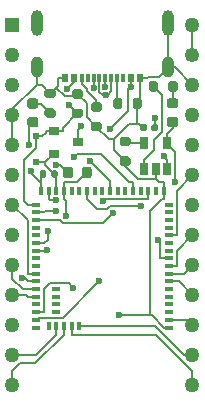
<source format=gtl>
G04 #@! TF.GenerationSoftware,KiCad,Pcbnew,(5.1.10-1-10_14)*
G04 #@! TF.CreationDate,2021-09-18T19:46:59+09:00*
G04 #@! TF.ProjectId,nrfmicro,6e72666d-6963-4726-9f2e-6b696361645f,rev?*
G04 #@! TF.SameCoordinates,Original*
G04 #@! TF.FileFunction,Copper,L1,Top*
G04 #@! TF.FilePolarity,Positive*
%FSLAX46Y46*%
G04 Gerber Fmt 4.6, Leading zero omitted, Abs format (unit mm)*
G04 Created by KiCad (PCBNEW (5.1.10-1-10_14)) date 2021-09-18 19:46:59*
%MOMM*%
%LPD*%
G01*
G04 APERTURE LIST*
G04 #@! TA.AperFunction,SMDPad,CuDef*
%ADD10R,0.900000X0.800000*%
G04 #@! TD*
G04 #@! TA.AperFunction,SMDPad,CuDef*
%ADD11R,0.500000X0.500000*%
G04 #@! TD*
G04 #@! TA.AperFunction,SMDPad,CuDef*
%ADD12R,0.650000X1.060000*%
G04 #@! TD*
G04 #@! TA.AperFunction,SMDPad,CuDef*
%ADD13R,0.800000X0.350000*%
G04 #@! TD*
G04 #@! TA.AperFunction,SMDPad,CuDef*
%ADD14R,0.350000X0.800000*%
G04 #@! TD*
G04 #@! TA.AperFunction,SMDPad,CuDef*
%ADD15R,0.300000X0.800000*%
G04 #@! TD*
G04 #@! TA.AperFunction,ComponentPad*
%ADD16O,1.000000X2.200000*%
G04 #@! TD*
G04 #@! TA.AperFunction,ComponentPad*
%ADD17O,1.000000X1.800000*%
G04 #@! TD*
G04 #@! TA.AperFunction,SMDPad,CuDef*
%ADD18R,0.540000X0.800000*%
G04 #@! TD*
G04 #@! TA.AperFunction,ComponentPad*
%ADD19R,1.270000X1.270000*%
G04 #@! TD*
G04 #@! TA.AperFunction,ComponentPad*
%ADD20C,1.270000*%
G04 #@! TD*
G04 #@! TA.AperFunction,ComponentPad*
%ADD21C,1.250000*%
G04 #@! TD*
G04 #@! TA.AperFunction,ViaPad*
%ADD22C,0.600000*%
G04 #@! TD*
G04 #@! TA.AperFunction,Conductor*
%ADD23C,0.200000*%
G04 #@! TD*
G04 APERTURE END LIST*
G04 #@! TA.AperFunction,SMDPad,CuDef*
G36*
G01*
X30273500Y-26937400D02*
X30273500Y-26387400D01*
G75*
G02*
X30473500Y-26187400I200000J0D01*
G01*
X30873500Y-26187400D01*
G75*
G02*
X31073500Y-26387400I0J-200000D01*
G01*
X31073500Y-26937400D01*
G75*
G02*
X30873500Y-27137400I-200000J0D01*
G01*
X30473500Y-27137400D01*
G75*
G02*
X30273500Y-26937400I0J200000D01*
G01*
G37*
G04 #@! TD.AperFunction*
G04 #@! TA.AperFunction,SMDPad,CuDef*
G36*
G01*
X28623500Y-26937400D02*
X28623500Y-26387400D01*
G75*
G02*
X28823500Y-26187400I200000J0D01*
G01*
X29223500Y-26187400D01*
G75*
G02*
X29423500Y-26387400I0J-200000D01*
G01*
X29423500Y-26937400D01*
G75*
G02*
X29223500Y-27137400I-200000J0D01*
G01*
X28823500Y-27137400D01*
G75*
G02*
X28623500Y-26937400I0J200000D01*
G01*
G37*
G04 #@! TD.AperFunction*
G04 #@! TA.AperFunction,SMDPad,CuDef*
G36*
G01*
X23570300Y-26214600D02*
X23020300Y-26214600D01*
G75*
G02*
X22820300Y-26014600I0J200000D01*
G01*
X22820300Y-25614600D01*
G75*
G02*
X23020300Y-25414600I200000J0D01*
G01*
X23570300Y-25414600D01*
G75*
G02*
X23770300Y-25614600I0J-200000D01*
G01*
X23770300Y-26014600D01*
G75*
G02*
X23570300Y-26214600I-200000J0D01*
G01*
G37*
G04 #@! TD.AperFunction*
G04 #@! TA.AperFunction,SMDPad,CuDef*
G36*
G01*
X23570300Y-27864600D02*
X23020300Y-27864600D01*
G75*
G02*
X22820300Y-27664600I0J200000D01*
G01*
X22820300Y-27264600D01*
G75*
G02*
X23020300Y-27064600I200000J0D01*
G01*
X23570300Y-27064600D01*
G75*
G02*
X23770300Y-27264600I0J-200000D01*
G01*
X23770300Y-27664600D01*
G75*
G02*
X23570300Y-27864600I-200000J0D01*
G01*
G37*
G04 #@! TD.AperFunction*
G04 #@! TA.AperFunction,SMDPad,CuDef*
G36*
G01*
X26934500Y-28202500D02*
X27484500Y-28202500D01*
G75*
G02*
X27684500Y-28402500I0J-200000D01*
G01*
X27684500Y-28802500D01*
G75*
G02*
X27484500Y-29002500I-200000J0D01*
G01*
X26934500Y-29002500D01*
G75*
G02*
X26734500Y-28802500I0J200000D01*
G01*
X26734500Y-28402500D01*
G75*
G02*
X26934500Y-28202500I200000J0D01*
G01*
G37*
G04 #@! TD.AperFunction*
G04 #@! TA.AperFunction,SMDPad,CuDef*
G36*
G01*
X26934500Y-26552500D02*
X27484500Y-26552500D01*
G75*
G02*
X27684500Y-26752500I0J-200000D01*
G01*
X27684500Y-27152500D01*
G75*
G02*
X27484500Y-27352500I-200000J0D01*
G01*
X26934500Y-27352500D01*
G75*
G02*
X26734500Y-27152500I0J200000D01*
G01*
X26734500Y-26752500D01*
G75*
G02*
X26934500Y-26552500I200000J0D01*
G01*
G37*
G04 #@! TD.AperFunction*
G04 #@! TA.AperFunction,SMDPad,CuDef*
G36*
G01*
X32441000Y-24929500D02*
X32441000Y-25479500D01*
G75*
G02*
X32241000Y-25679500I-200000J0D01*
G01*
X31841000Y-25679500D01*
G75*
G02*
X31641000Y-25479500I0J200000D01*
G01*
X31641000Y-24929500D01*
G75*
G02*
X31841000Y-24729500I200000J0D01*
G01*
X32241000Y-24729500D01*
G75*
G02*
X32441000Y-24929500I0J-200000D01*
G01*
G37*
G04 #@! TD.AperFunction*
G04 #@! TA.AperFunction,SMDPad,CuDef*
G36*
G01*
X34091000Y-24929500D02*
X34091000Y-25479500D01*
G75*
G02*
X33891000Y-25679500I-200000J0D01*
G01*
X33491000Y-25679500D01*
G75*
G02*
X33291000Y-25479500I0J200000D01*
G01*
X33291000Y-24929500D01*
G75*
G02*
X33491000Y-24729500I200000J0D01*
G01*
X33891000Y-24729500D01*
G75*
G02*
X34091000Y-24929500I0J-200000D01*
G01*
G37*
G04 #@! TD.AperFunction*
G04 #@! TA.AperFunction,SMDPad,CuDef*
G36*
G01*
X29375400Y-31138700D02*
X29925400Y-31138700D01*
G75*
G02*
X30125400Y-31338700I0J-200000D01*
G01*
X30125400Y-31738700D01*
G75*
G02*
X29925400Y-31938700I-200000J0D01*
G01*
X29375400Y-31938700D01*
G75*
G02*
X29175400Y-31738700I0J200000D01*
G01*
X29175400Y-31338700D01*
G75*
G02*
X29375400Y-31138700I200000J0D01*
G01*
G37*
G04 #@! TD.AperFunction*
G04 #@! TA.AperFunction,SMDPad,CuDef*
G36*
G01*
X29375400Y-29488700D02*
X29925400Y-29488700D01*
G75*
G02*
X30125400Y-29688700I0J-200000D01*
G01*
X30125400Y-30088700D01*
G75*
G02*
X29925400Y-30288700I-200000J0D01*
G01*
X29375400Y-30288700D01*
G75*
G02*
X29175400Y-30088700I0J200000D01*
G01*
X29175400Y-29688700D01*
G75*
G02*
X29375400Y-29488700I200000J0D01*
G01*
G37*
G04 #@! TD.AperFunction*
G04 #@! TA.AperFunction,SMDPad,CuDef*
G36*
G01*
X25886800Y-26232300D02*
X25336800Y-26232300D01*
G75*
G02*
X25136800Y-26032300I0J200000D01*
G01*
X25136800Y-25632300D01*
G75*
G02*
X25336800Y-25432300I200000J0D01*
G01*
X25886800Y-25432300D01*
G75*
G02*
X26086800Y-25632300I0J-200000D01*
G01*
X26086800Y-26032300D01*
G75*
G02*
X25886800Y-26232300I-200000J0D01*
G01*
G37*
G04 #@! TD.AperFunction*
G04 #@! TA.AperFunction,SMDPad,CuDef*
G36*
G01*
X25886800Y-27882300D02*
X25336800Y-27882300D01*
G75*
G02*
X25136800Y-27682300I0J200000D01*
G01*
X25136800Y-27282300D01*
G75*
G02*
X25336800Y-27082300I200000J0D01*
G01*
X25886800Y-27082300D01*
G75*
G02*
X26086800Y-27282300I0J-200000D01*
G01*
X26086800Y-27682300D01*
G75*
G02*
X25886800Y-27882300I-200000J0D01*
G01*
G37*
G04 #@! TD.AperFunction*
G04 #@! TA.AperFunction,SMDPad,CuDef*
G36*
G01*
X25954200Y-32750550D02*
X25954200Y-32238050D01*
G75*
G02*
X26172950Y-32019300I218750J0D01*
G01*
X26610450Y-32019300D01*
G75*
G02*
X26829200Y-32238050I0J-218750D01*
G01*
X26829200Y-32750550D01*
G75*
G02*
X26610450Y-32969300I-218750J0D01*
G01*
X26172950Y-32969300D01*
G75*
G02*
X25954200Y-32750550I0J218750D01*
G01*
G37*
G04 #@! TD.AperFunction*
G04 #@! TA.AperFunction,SMDPad,CuDef*
G36*
G01*
X24379200Y-32750550D02*
X24379200Y-32238050D01*
G75*
G02*
X24597950Y-32019300I218750J0D01*
G01*
X25035450Y-32019300D01*
G75*
G02*
X25254200Y-32238050I0J-218750D01*
G01*
X25254200Y-32750550D01*
G75*
G02*
X25035450Y-32969300I-218750J0D01*
G01*
X24597950Y-32969300D01*
G75*
G02*
X24379200Y-32750550I0J218750D01*
G01*
G37*
G04 #@! TD.AperFunction*
D10*
X25656800Y-29939000D03*
X23656800Y-30889000D03*
X23656800Y-28989000D03*
D11*
X22096400Y-29423200D03*
X22096400Y-31623200D03*
D12*
X31273400Y-30027700D03*
X33173400Y-30027700D03*
X33173400Y-32227700D03*
X32223400Y-32227700D03*
X31273400Y-32227700D03*
G04 #@! TA.AperFunction,SMDPad,CuDef*
G36*
G01*
X33402250Y-27774400D02*
X33914750Y-27774400D01*
G75*
G02*
X34133500Y-27993150I0J-218750D01*
G01*
X34133500Y-28430650D01*
G75*
G02*
X33914750Y-28649400I-218750J0D01*
G01*
X33402250Y-28649400D01*
G75*
G02*
X33183500Y-28430650I0J218750D01*
G01*
X33183500Y-27993150D01*
G75*
G02*
X33402250Y-27774400I218750J0D01*
G01*
G37*
G04 #@! TD.AperFunction*
G04 #@! TA.AperFunction,SMDPad,CuDef*
G36*
G01*
X33402250Y-26199400D02*
X33914750Y-26199400D01*
G75*
G02*
X34133500Y-26418150I0J-218750D01*
G01*
X34133500Y-26855650D01*
G75*
G02*
X33914750Y-27074400I-218750J0D01*
G01*
X33402250Y-27074400D01*
G75*
G02*
X33183500Y-26855650I0J218750D01*
G01*
X33183500Y-26418150D01*
G75*
G02*
X33402250Y-26199400I218750J0D01*
G01*
G37*
G04 #@! TD.AperFunction*
G04 #@! TA.AperFunction,SMDPad,CuDef*
G36*
G01*
X31872200Y-28869500D02*
X31872200Y-28529500D01*
G75*
G02*
X32012200Y-28389500I140000J0D01*
G01*
X32292200Y-28389500D01*
G75*
G02*
X32432200Y-28529500I0J-140000D01*
G01*
X32432200Y-28869500D01*
G75*
G02*
X32292200Y-29009500I-140000J0D01*
G01*
X32012200Y-29009500D01*
G75*
G02*
X31872200Y-28869500I0J140000D01*
G01*
G37*
G04 #@! TD.AperFunction*
G04 #@! TA.AperFunction,SMDPad,CuDef*
G36*
G01*
X30912200Y-28869500D02*
X30912200Y-28529500D01*
G75*
G02*
X31052200Y-28389500I140000J0D01*
G01*
X31332200Y-28389500D01*
G75*
G02*
X31472200Y-28529500I0J-140000D01*
G01*
X31472200Y-28869500D01*
G75*
G02*
X31332200Y-29009500I-140000J0D01*
G01*
X31052200Y-29009500D01*
G75*
G02*
X30912200Y-28869500I0J140000D01*
G01*
G37*
G04 #@! TD.AperFunction*
G04 #@! TA.AperFunction,SMDPad,CuDef*
G36*
G01*
X23383600Y-32798900D02*
X23383600Y-32458900D01*
G75*
G02*
X23523600Y-32318900I140000J0D01*
G01*
X23803600Y-32318900D01*
G75*
G02*
X23943600Y-32458900I0J-140000D01*
G01*
X23943600Y-32798900D01*
G75*
G02*
X23803600Y-32938900I-140000J0D01*
G01*
X23523600Y-32938900D01*
G75*
G02*
X23383600Y-32798900I0J140000D01*
G01*
G37*
G04 #@! TD.AperFunction*
G04 #@! TA.AperFunction,SMDPad,CuDef*
G36*
G01*
X22423600Y-32798900D02*
X22423600Y-32458900D01*
G75*
G02*
X22563600Y-32318900I140000J0D01*
G01*
X22843600Y-32318900D01*
G75*
G02*
X22983600Y-32458900I0J-140000D01*
G01*
X22983600Y-32798900D01*
G75*
G02*
X22843600Y-32938900I-140000J0D01*
G01*
X22563600Y-32938900D01*
G75*
G02*
X22423600Y-32798900I0J140000D01*
G01*
G37*
G04 #@! TD.AperFunction*
D13*
X33320000Y-45619600D03*
X33320000Y-44969600D03*
X33320000Y-44319600D03*
X33320000Y-43669600D03*
X33320000Y-43019600D03*
X33320000Y-42369600D03*
X33320000Y-41719600D03*
X33320000Y-41069600D03*
X33320000Y-40419600D03*
X33320000Y-39769600D03*
X33320000Y-39119600D03*
X33320000Y-38469600D03*
X33320000Y-37819600D03*
X33320000Y-37169600D03*
X33320000Y-36519600D03*
X33320000Y-35869600D03*
X33320000Y-35219600D03*
X22120000Y-35219600D03*
X22120000Y-35869600D03*
X22120000Y-36519600D03*
X22120000Y-37169600D03*
X22120000Y-37819600D03*
X22120000Y-38469600D03*
X22120000Y-39119600D03*
X22120000Y-39769600D03*
X22120000Y-40419600D03*
X22120000Y-41069600D03*
X22120000Y-41719600D03*
X22120000Y-42369600D03*
X22120000Y-43019600D03*
X22120000Y-43669600D03*
X22120000Y-44319600D03*
X22120000Y-44969600D03*
X22120000Y-45619600D03*
D14*
X32920000Y-34019600D03*
X32270000Y-34019600D03*
X31620000Y-34019600D03*
X30970000Y-34019600D03*
X30320000Y-34019600D03*
X29670000Y-34019600D03*
X29020000Y-34019600D03*
X28370000Y-34019600D03*
X27720000Y-34019600D03*
X27070000Y-34019600D03*
X26420000Y-34019600D03*
X25770000Y-34019600D03*
X25120000Y-34019600D03*
X24470000Y-34019600D03*
X23820000Y-34019600D03*
X23170000Y-34019600D03*
X22520000Y-34019600D03*
D13*
X23820000Y-44319600D03*
X23820000Y-43669600D03*
X23820000Y-43019600D03*
X23820000Y-42369600D03*
D14*
X23170000Y-45519600D03*
X23820000Y-45519600D03*
X24470000Y-45519600D03*
X25120000Y-45519600D03*
X25770000Y-45519600D03*
D15*
X29479600Y-24500000D03*
X26471600Y-24500000D03*
D16*
X22146300Y-19800000D03*
X33296900Y-19800000D03*
D17*
X33297200Y-23600000D03*
X22146300Y-23600000D03*
D18*
X24521600Y-24500000D03*
X30921600Y-24500000D03*
X30121600Y-24500000D03*
X25321600Y-24500000D03*
D15*
X26971600Y-24500000D03*
X28471600Y-24500000D03*
X27471600Y-24500000D03*
X27971600Y-24500000D03*
X28971600Y-24500000D03*
X25971600Y-24500000D03*
G04 #@! TA.AperFunction,SMDPad,CuDef*
G36*
G01*
X21578550Y-27792200D02*
X22091050Y-27792200D01*
G75*
G02*
X22309800Y-28010950I0J-218750D01*
G01*
X22309800Y-28448450D01*
G75*
G02*
X22091050Y-28667200I-218750J0D01*
G01*
X21578550Y-28667200D01*
G75*
G02*
X21359800Y-28448450I0J218750D01*
G01*
X21359800Y-28010950D01*
G75*
G02*
X21578550Y-27792200I218750J0D01*
G01*
G37*
G04 #@! TD.AperFunction*
G04 #@! TA.AperFunction,SMDPad,CuDef*
G36*
G01*
X21578550Y-26217200D02*
X22091050Y-26217200D01*
G75*
G02*
X22309800Y-26435950I0J-218750D01*
G01*
X22309800Y-26873450D01*
G75*
G02*
X22091050Y-27092200I-218750J0D01*
G01*
X21578550Y-27092200D01*
G75*
G02*
X21359800Y-26873450I0J218750D01*
G01*
X21359800Y-26435950D01*
G75*
G02*
X21578550Y-26217200I218750J0D01*
G01*
G37*
G04 #@! TD.AperFunction*
D19*
X20101600Y-20000000D03*
D20*
X35341600Y-20000000D03*
D21*
X35341600Y-22540000D03*
D20*
X35341600Y-25080000D03*
X35341600Y-27620000D03*
X35341600Y-30160000D03*
X35341600Y-32700000D03*
X35341600Y-35240000D03*
X35341600Y-37780000D03*
X35341600Y-40320000D03*
X35341600Y-42860000D03*
X35341600Y-45400000D03*
X35341600Y-47940000D03*
X35341600Y-50480000D03*
X20101600Y-50480000D03*
X20101600Y-47940000D03*
X20101600Y-45400000D03*
X20101600Y-42860000D03*
X20101600Y-40320000D03*
X20101600Y-37780000D03*
X20101600Y-35240000D03*
X20101600Y-32700000D03*
X20101600Y-30160000D03*
X20101600Y-27620000D03*
X20101600Y-25080000D03*
X20101600Y-22540000D03*
D22*
X29121100Y-44586600D03*
X21675300Y-32398600D03*
X31018500Y-35327500D03*
X28345000Y-28806600D03*
X24864700Y-26764000D03*
X33863200Y-33312100D03*
X32152200Y-27885700D03*
X30122800Y-25280700D03*
X24760900Y-25420400D03*
X25935700Y-28598600D03*
X32899200Y-31063200D03*
X28624400Y-35918200D03*
X27006300Y-25303500D03*
X27968900Y-25293400D03*
X23766600Y-35730400D03*
X28001900Y-25910600D03*
X23076300Y-37420700D03*
X21490400Y-30190300D03*
X27429500Y-41721500D03*
X25259800Y-42270300D03*
X24640200Y-36179100D03*
X32393100Y-38188500D03*
X25311900Y-31142100D03*
X20913500Y-41436800D03*
X23037800Y-39071100D03*
X26644800Y-31517200D03*
X27742600Y-34926600D03*
X23770300Y-34856500D03*
X23775400Y-31838900D03*
D23*
X30673500Y-26662400D02*
X30921600Y-26414300D01*
X30921600Y-26414300D02*
X30921600Y-25200300D01*
X30673500Y-28361900D02*
X30673500Y-26662400D01*
X30921600Y-24500000D02*
X30921600Y-25200300D01*
X22520000Y-33319300D02*
X22441500Y-33319300D01*
X22441500Y-33319300D02*
X21675300Y-32553100D01*
X21675300Y-32553100D02*
X21675300Y-32398600D01*
X28701600Y-29634000D02*
X29973700Y-28361900D01*
X29973700Y-28361900D02*
X30673500Y-28361900D01*
X27209500Y-28602500D02*
X28241000Y-29634000D01*
X28241000Y-29634000D02*
X28701600Y-29634000D01*
X28701600Y-29634000D02*
X28701600Y-30589900D01*
X28701600Y-30589900D02*
X29650400Y-31538700D01*
X31766100Y-44586600D02*
X31766100Y-35747900D01*
X31766100Y-35747900D02*
X32794100Y-34719900D01*
X32794100Y-34719900D02*
X32920000Y-34719900D01*
X20101600Y-27620000D02*
X20101600Y-30160000D01*
X22146300Y-25108400D02*
X20101600Y-27153100D01*
X20101600Y-27153100D02*
X20101600Y-27620000D01*
X23791800Y-25318100D02*
X23295300Y-25814600D01*
X23951300Y-24500000D02*
X23951300Y-25158600D01*
X23951300Y-25158600D02*
X23791800Y-25318100D01*
X23791800Y-25318100D02*
X24518600Y-26045000D01*
X24518600Y-26045000D02*
X25399100Y-26045000D01*
X25399100Y-26045000D02*
X25611800Y-25832300D01*
X24521600Y-24500000D02*
X23951300Y-24500000D01*
X25611800Y-25832300D02*
X26410700Y-26631200D01*
X26410700Y-26631200D02*
X26410700Y-27803700D01*
X26410700Y-27803700D02*
X27209500Y-28602500D01*
X31766100Y-44586600D02*
X29121100Y-44586600D01*
X33320000Y-45619600D02*
X32970300Y-45619600D01*
X32970300Y-45619600D02*
X31937300Y-44586600D01*
X31937300Y-44586600D02*
X31766100Y-44586600D01*
X31192200Y-28699500D02*
X30854600Y-28361900D01*
X30854600Y-28361900D02*
X30673500Y-28361900D01*
X22146300Y-24800300D02*
X22146300Y-25108400D01*
X22146300Y-25108400D02*
X22589100Y-25108400D01*
X22589100Y-25108400D02*
X23295300Y-25814600D01*
X32920000Y-34019600D02*
X32920000Y-33319300D01*
X32920000Y-33319300D02*
X32484700Y-33319300D01*
X32484700Y-33319300D02*
X32223400Y-33058000D01*
X32920000Y-34369700D02*
X32920000Y-34019600D01*
X29650400Y-31538700D02*
X29650400Y-31957700D01*
X29650400Y-31957700D02*
X30750700Y-33058000D01*
X30750700Y-33058000D02*
X32223400Y-33058000D01*
X32223400Y-32227700D02*
X32223400Y-33058000D01*
X32920000Y-34369700D02*
X32920000Y-34719900D01*
X33297200Y-23600000D02*
X32477900Y-24419300D01*
X32477900Y-24419300D02*
X31572600Y-24419300D01*
X31572600Y-24419300D02*
X31491900Y-24500000D01*
X33297200Y-23600000D02*
X33861600Y-23600000D01*
X33861600Y-23600000D02*
X35341600Y-25080000D01*
X30921600Y-24500000D02*
X31491900Y-24500000D01*
X22520000Y-33319300D02*
X22520000Y-32812500D01*
X22520000Y-32812500D02*
X22703600Y-32628900D01*
X22520000Y-34019600D02*
X22520000Y-33319300D01*
X22146300Y-23600000D02*
X22146300Y-24800300D01*
X33297200Y-23600000D02*
X33297200Y-21200600D01*
X33297200Y-21200600D02*
X33296900Y-21200300D01*
X33296900Y-19800000D02*
X33296900Y-21200300D01*
X26420000Y-34719900D02*
X27278200Y-35578100D01*
X27278200Y-35578100D02*
X28115600Y-35578100D01*
X28115600Y-35578100D02*
X28375800Y-35317900D01*
X28375800Y-35317900D02*
X31008900Y-35317900D01*
X31008900Y-35317900D02*
X31018500Y-35327500D01*
X26420000Y-34019600D02*
X26420000Y-34719900D01*
X22096400Y-29973500D02*
X22096400Y-30433300D01*
X22096400Y-30433300D02*
X21075000Y-31454700D01*
X21075000Y-31454700D02*
X21075000Y-34874900D01*
X21075000Y-34874900D02*
X21419700Y-35219600D01*
X33173400Y-30027700D02*
X33863200Y-30717500D01*
X33863200Y-30717500D02*
X33863200Y-33312100D01*
X30121600Y-25139800D02*
X29848500Y-25412900D01*
X29848500Y-25412900D02*
X29848500Y-27303100D01*
X29848500Y-27303100D02*
X28345000Y-28806600D01*
X30121600Y-25139800D02*
X30121600Y-25279500D01*
X30121600Y-24500000D02*
X30121600Y-25139800D01*
X25597400Y-27496700D02*
X24864700Y-26764000D01*
X25597400Y-27496700D02*
X24407100Y-28687000D01*
X24407100Y-28687000D02*
X24407100Y-28989000D01*
X25611800Y-27482300D02*
X25597400Y-27496700D01*
X25321600Y-24500000D02*
X25321600Y-24859700D01*
X25321600Y-24859700D02*
X24760900Y-25420400D01*
X23656800Y-28989000D02*
X24407100Y-28989000D01*
X33173400Y-30027700D02*
X33173400Y-29197400D01*
X33173400Y-29197400D02*
X33658500Y-28712300D01*
X33658500Y-28712300D02*
X33658500Y-28211900D01*
X23656800Y-28989000D02*
X22906500Y-28989000D01*
X22096400Y-29423200D02*
X22646700Y-29423200D01*
X22906500Y-28989000D02*
X22906500Y-29163400D01*
X22906500Y-29163400D02*
X22646700Y-29423200D01*
X32152200Y-28699500D02*
X32152200Y-27885700D01*
X22096400Y-29423200D02*
X22096400Y-29973500D01*
X22120000Y-35219600D02*
X21419700Y-35219600D01*
X30121600Y-25279500D02*
X30122800Y-25280700D01*
X25935700Y-28598600D02*
X25656800Y-28877500D01*
X25656800Y-28877500D02*
X25656800Y-29939000D01*
X33173400Y-31397400D02*
X32899200Y-31123200D01*
X32899200Y-31123200D02*
X32899200Y-31063200D01*
X33173400Y-32227700D02*
X33173400Y-31397400D01*
X35341600Y-22540000D02*
X35341600Y-20000000D01*
X22120000Y-36519600D02*
X24131800Y-36519600D01*
X24131800Y-36519600D02*
X24391600Y-36779400D01*
X24391600Y-36779400D02*
X27763200Y-36779400D01*
X27763200Y-36779400D02*
X28624400Y-35918200D01*
X27968900Y-25293400D02*
X27971600Y-25290700D01*
X27971600Y-25290700D02*
X27971600Y-24500000D01*
X27006300Y-25303500D02*
X26971600Y-25268800D01*
X26971600Y-25268800D02*
X26971600Y-24500000D01*
X23766600Y-35730400D02*
X22959500Y-35730400D01*
X22959500Y-35730400D02*
X22820300Y-35869600D01*
X22120000Y-35869600D02*
X22820300Y-35869600D01*
X28001900Y-25910600D02*
X27735200Y-25910600D01*
X28197500Y-25910600D02*
X28001900Y-25910600D01*
X28471600Y-24500000D02*
X28471600Y-25636500D01*
X28471600Y-25636500D02*
X28197500Y-25910600D01*
X27471600Y-24500000D02*
X27471600Y-25646900D01*
X27471600Y-25646900D02*
X27735200Y-25910600D01*
X22120000Y-38469600D02*
X22820300Y-38469600D01*
X23076300Y-37420700D02*
X23076300Y-38213600D01*
X23076300Y-38213600D02*
X22820300Y-38469600D01*
X21834800Y-28229700D02*
X21490400Y-28574100D01*
X21490400Y-28574100D02*
X21490400Y-30190300D01*
X27429500Y-41721500D02*
X24356000Y-44795000D01*
X24356000Y-44795000D02*
X22294600Y-44795000D01*
X22294600Y-44795000D02*
X22120000Y-44969600D01*
X25259800Y-42270300D02*
X24874700Y-41885200D01*
X24874700Y-41885200D02*
X23279200Y-41885200D01*
X23279200Y-41885200D02*
X22820300Y-42344100D01*
X22820300Y-42344100D02*
X22820300Y-44319600D01*
X22120000Y-44319600D02*
X22820300Y-44319600D01*
X25971600Y-24868500D02*
X25969900Y-24870200D01*
X25969900Y-24870200D02*
X25969900Y-24988600D01*
X25971600Y-24868500D02*
X25971600Y-24500000D01*
X25971600Y-24986900D02*
X25971600Y-24868500D01*
X27209500Y-26952500D02*
X27209500Y-26385600D01*
X27209500Y-26385600D02*
X26381400Y-25557500D01*
X26381400Y-25557500D02*
X26381400Y-25400000D01*
X26381400Y-25400000D02*
X25969900Y-24988600D01*
X28971600Y-26145600D02*
X29023500Y-26197500D01*
X29023500Y-26197500D02*
X29023500Y-26662400D01*
X28971600Y-26145600D02*
X28971600Y-26610500D01*
X28971600Y-24500000D02*
X28971600Y-26145600D01*
X21834800Y-26654700D02*
X22485400Y-26654700D01*
X22485400Y-26654700D02*
X23295300Y-27464600D01*
X24470000Y-34019600D02*
X24470000Y-34719900D01*
X24640200Y-36179100D02*
X24640200Y-34890100D01*
X24640200Y-34890100D02*
X24470000Y-34719900D01*
X24470000Y-34019600D02*
X24470000Y-33319300D01*
X26391700Y-32494300D02*
X25566700Y-33319300D01*
X25566700Y-33319300D02*
X24470000Y-33319300D01*
X31273400Y-30027700D02*
X29789400Y-30027700D01*
X29789400Y-30027700D02*
X29650400Y-29888700D01*
X33658500Y-26636900D02*
X33691000Y-26604400D01*
X33691000Y-26604400D02*
X33691000Y-25204500D01*
X22096400Y-31623200D02*
X22646700Y-31623200D01*
X22900000Y-31645800D02*
X23656800Y-30889000D01*
X23663600Y-32628900D02*
X22900000Y-31865300D01*
X22900000Y-31865300D02*
X22900000Y-31645800D01*
X22900000Y-31645800D02*
X22669300Y-31645800D01*
X22669300Y-31645800D02*
X22646700Y-31623200D01*
X23820000Y-34019600D02*
X23820000Y-32785300D01*
X23820000Y-32785300D02*
X23663600Y-32628900D01*
X31273400Y-32227700D02*
X31273400Y-31397400D01*
X31273400Y-31397400D02*
X32081800Y-30589000D01*
X32081800Y-30589000D02*
X32081800Y-29722700D01*
X32081800Y-29722700D02*
X32760400Y-29044100D01*
X32760400Y-29044100D02*
X32760400Y-25923900D01*
X32760400Y-25923900D02*
X32041000Y-25204500D01*
X33320000Y-37819600D02*
X34020300Y-37819600D01*
X35341600Y-32700000D02*
X34020300Y-34021300D01*
X34020300Y-34021300D02*
X34020300Y-37819600D01*
X32619700Y-39769600D02*
X32619700Y-38415100D01*
X32619700Y-38415100D02*
X32393100Y-38188500D01*
X33320000Y-39769600D02*
X32619700Y-39769600D01*
X34020300Y-40419600D02*
X34020300Y-39101300D01*
X34020300Y-39101300D02*
X35341600Y-37780000D01*
X33320000Y-40419600D02*
X34020300Y-40419600D01*
X35341600Y-40320000D02*
X34592000Y-41069600D01*
X34592000Y-41069600D02*
X33320000Y-41069600D01*
X35341600Y-42860000D02*
X34201200Y-41719600D01*
X34201200Y-41719600D02*
X33320000Y-41719600D01*
X35341600Y-45400000D02*
X34911200Y-44969600D01*
X34911200Y-44969600D02*
X33320000Y-44969600D01*
X35341600Y-47940000D02*
X34634300Y-47940000D01*
X34634300Y-47940000D02*
X32213900Y-45519600D01*
X32213900Y-45519600D02*
X25770000Y-45519600D01*
X25120000Y-45519600D02*
X25120000Y-46219900D01*
X35341600Y-50480000D02*
X35341600Y-49314800D01*
X35341600Y-49314800D02*
X32246700Y-46219900D01*
X32246700Y-46219900D02*
X25120000Y-46219900D01*
X24470000Y-45519600D02*
X24470000Y-46219900D01*
X20101600Y-50480000D02*
X20101600Y-49318300D01*
X20101600Y-49318300D02*
X20783300Y-48636600D01*
X20783300Y-48636600D02*
X22053300Y-48636600D01*
X22053300Y-48636600D02*
X24470000Y-46219900D01*
X23820000Y-45519600D02*
X23820000Y-46219900D01*
X20101600Y-47940000D02*
X22099900Y-47940000D01*
X22099900Y-47940000D02*
X23820000Y-46219900D01*
X25311900Y-31142100D02*
X25543300Y-30910700D01*
X25543300Y-30910700D02*
X27597300Y-30910700D01*
X27597300Y-30910700D02*
X30005900Y-33319300D01*
X30005900Y-33319300D02*
X30320000Y-33319300D01*
X30320000Y-34019600D02*
X30320000Y-33319300D01*
X22120000Y-43019600D02*
X21419700Y-43019600D01*
X20101600Y-42860000D02*
X21260100Y-42860000D01*
X21260100Y-42860000D02*
X21419700Y-43019600D01*
X20101600Y-40320000D02*
X20101600Y-41473800D01*
X20101600Y-41473800D02*
X20997400Y-42369600D01*
X20997400Y-42369600D02*
X21419700Y-42369600D01*
X22120000Y-42369600D02*
X21419700Y-42369600D01*
X22120000Y-41719600D02*
X21419700Y-41719600D01*
X20913500Y-41436800D02*
X21136900Y-41436800D01*
X21136900Y-41436800D02*
X21419700Y-41719600D01*
X22120000Y-41069600D02*
X21419700Y-41069600D01*
X20101600Y-35240000D02*
X21419700Y-36558100D01*
X21419700Y-36558100D02*
X21419700Y-41069600D01*
X22120000Y-39119600D02*
X22820300Y-39119600D01*
X23037800Y-39071100D02*
X22868800Y-39071100D01*
X22868800Y-39071100D02*
X22820300Y-39119600D01*
X26644800Y-31517200D02*
X28370000Y-33242400D01*
X28370000Y-33242400D02*
X28370000Y-34019600D01*
X31620000Y-34719900D02*
X27949300Y-34719900D01*
X27949300Y-34719900D02*
X27742600Y-34926600D01*
X31620000Y-34019600D02*
X31620000Y-34719900D01*
X23775400Y-31838900D02*
X24161300Y-31838900D01*
X24161300Y-31838900D02*
X24816700Y-32494300D01*
X23170000Y-34019600D02*
X23170000Y-34719900D01*
X23770300Y-34856500D02*
X23306600Y-34856500D01*
X23306600Y-34856500D02*
X23170000Y-34719900D01*
M02*

</source>
